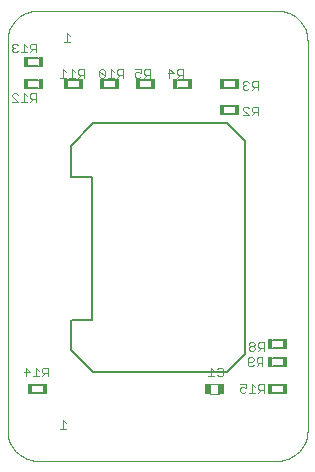
<source format=gbo>
G75*
%MOIN*%
%OFA0B0*%
%FSLAX24Y24*%
%IPPOS*%
%LPD*%
%AMOC8*
5,1,8,0,0,1.08239X$1,22.5*
%
%ADD10C,0.0000*%
%ADD11C,0.0030*%
%ADD12C,0.0060*%
%ADD13R,0.0160X0.0340*%
%ADD14C,0.0050*%
%ADD15C,0.0040*%
%ADD16R,0.0197X0.0374*%
D10*
X000646Y001140D02*
X000646Y014140D01*
X000648Y014200D01*
X000653Y014261D01*
X000662Y014320D01*
X000675Y014379D01*
X000691Y014438D01*
X000711Y014495D01*
X000734Y014550D01*
X000761Y014605D01*
X000790Y014657D01*
X000823Y014708D01*
X000859Y014757D01*
X000897Y014803D01*
X000939Y014847D01*
X000983Y014889D01*
X001029Y014927D01*
X001078Y014963D01*
X001129Y014996D01*
X001181Y015025D01*
X001236Y015052D01*
X001291Y015075D01*
X001348Y015095D01*
X001407Y015111D01*
X001466Y015124D01*
X001525Y015133D01*
X001586Y015138D01*
X001646Y015140D01*
X009646Y015140D01*
X009706Y015138D01*
X009767Y015133D01*
X009826Y015124D01*
X009885Y015111D01*
X009944Y015095D01*
X010001Y015075D01*
X010056Y015052D01*
X010111Y015025D01*
X010163Y014996D01*
X010214Y014963D01*
X010263Y014927D01*
X010309Y014889D01*
X010353Y014847D01*
X010395Y014803D01*
X010433Y014757D01*
X010469Y014708D01*
X010502Y014657D01*
X010531Y014605D01*
X010558Y014550D01*
X010581Y014495D01*
X010601Y014438D01*
X010617Y014379D01*
X010630Y014320D01*
X010639Y014261D01*
X010644Y014200D01*
X010646Y014140D01*
X010646Y001140D01*
X010644Y001080D01*
X010639Y001019D01*
X010630Y000960D01*
X010617Y000901D01*
X010601Y000842D01*
X010581Y000785D01*
X010558Y000730D01*
X010531Y000675D01*
X010502Y000623D01*
X010469Y000572D01*
X010433Y000523D01*
X010395Y000477D01*
X010353Y000433D01*
X010309Y000391D01*
X010263Y000353D01*
X010214Y000317D01*
X010163Y000284D01*
X010111Y000255D01*
X010056Y000228D01*
X010001Y000205D01*
X009944Y000185D01*
X009885Y000169D01*
X009826Y000156D01*
X009767Y000147D01*
X009706Y000142D01*
X009646Y000140D01*
X001646Y000140D01*
X001586Y000142D01*
X001525Y000147D01*
X001466Y000156D01*
X001407Y000169D01*
X001348Y000185D01*
X001291Y000205D01*
X001236Y000228D01*
X001181Y000255D01*
X001129Y000284D01*
X001078Y000317D01*
X001029Y000353D01*
X000983Y000391D01*
X000939Y000433D01*
X000897Y000477D01*
X000859Y000523D01*
X000823Y000572D01*
X000790Y000623D01*
X000761Y000675D01*
X000734Y000730D01*
X000711Y000785D01*
X000691Y000842D01*
X000675Y000901D01*
X000662Y000960D01*
X000653Y001019D01*
X000648Y001080D01*
X000646Y001140D01*
D11*
X001246Y002955D02*
X001246Y003245D01*
X001391Y003100D01*
X001198Y003100D01*
X001493Y002955D02*
X001686Y002955D01*
X001589Y002955D02*
X001589Y003245D01*
X001686Y003148D01*
X001787Y003100D02*
X001836Y003052D01*
X001981Y003052D01*
X001981Y002955D02*
X001981Y003245D01*
X001836Y003245D01*
X001787Y003197D01*
X001787Y003100D01*
X001884Y003052D02*
X001787Y002955D01*
X002484Y001495D02*
X002484Y001205D01*
X002581Y001205D02*
X002387Y001205D01*
X002581Y001398D02*
X002484Y001495D01*
X007343Y002955D02*
X007536Y002955D01*
X007439Y002955D02*
X007439Y003245D01*
X007536Y003148D01*
X007637Y003197D02*
X007686Y003245D01*
X007782Y003245D01*
X007831Y003197D01*
X007831Y003003D01*
X007782Y002955D01*
X007686Y002955D01*
X007637Y003003D01*
X008398Y002695D02*
X008591Y002695D01*
X008591Y002550D01*
X008495Y002598D01*
X008446Y002598D01*
X008398Y002550D01*
X008398Y002453D01*
X008446Y002405D01*
X008543Y002405D01*
X008591Y002453D01*
X008693Y002405D02*
X008886Y002405D01*
X008789Y002405D02*
X008789Y002695D01*
X008886Y002598D01*
X008987Y002550D02*
X009036Y002502D01*
X009181Y002502D01*
X009181Y002405D02*
X009181Y002695D01*
X009036Y002695D01*
X008987Y002647D01*
X008987Y002550D01*
X009084Y002502D02*
X008987Y002405D01*
X008947Y003295D02*
X009044Y003392D01*
X008996Y003392D02*
X009141Y003392D01*
X009141Y003295D02*
X009141Y003585D01*
X008996Y003585D01*
X008947Y003537D01*
X008947Y003440D01*
X008996Y003392D01*
X008846Y003343D02*
X008798Y003295D01*
X008701Y003295D01*
X008653Y003343D01*
X008653Y003537D01*
X008701Y003585D01*
X008798Y003585D01*
X008846Y003537D01*
X008846Y003488D01*
X008798Y003440D01*
X008653Y003440D01*
X008741Y003805D02*
X008693Y003853D01*
X008693Y003902D01*
X008741Y003950D01*
X008838Y003950D01*
X008886Y003998D01*
X008886Y004047D01*
X008838Y004095D01*
X008741Y004095D01*
X008693Y004047D01*
X008693Y003998D01*
X008741Y003950D01*
X008838Y003950D02*
X008886Y003902D01*
X008886Y003853D01*
X008838Y003805D01*
X008741Y003805D01*
X008987Y003805D02*
X009084Y003902D01*
X009036Y003902D02*
X009181Y003902D01*
X009181Y003805D02*
X009181Y004095D01*
X009036Y004095D01*
X008987Y004047D01*
X008987Y003950D01*
X009036Y003902D01*
X008981Y011655D02*
X008981Y011945D01*
X008836Y011945D01*
X008787Y011897D01*
X008787Y011800D01*
X008836Y011752D01*
X008981Y011752D01*
X008884Y011752D02*
X008787Y011655D01*
X008686Y011655D02*
X008493Y011848D01*
X008493Y011897D01*
X008541Y011945D01*
X008638Y011945D01*
X008686Y011897D01*
X008686Y011655D02*
X008493Y011655D01*
X008541Y012505D02*
X008638Y012505D01*
X008686Y012553D01*
X008787Y012505D02*
X008884Y012602D01*
X008836Y012602D02*
X008981Y012602D01*
X008981Y012505D02*
X008981Y012795D01*
X008836Y012795D01*
X008787Y012747D01*
X008787Y012650D01*
X008836Y012602D01*
X008686Y012747D02*
X008638Y012795D01*
X008541Y012795D01*
X008493Y012747D01*
X008493Y012698D01*
X008541Y012650D01*
X008493Y012602D01*
X008493Y012553D01*
X008541Y012505D01*
X008541Y012650D02*
X008589Y012650D01*
X006481Y012905D02*
X006481Y013195D01*
X006336Y013195D01*
X006287Y013147D01*
X006287Y013050D01*
X006336Y013002D01*
X006481Y013002D01*
X006384Y013002D02*
X006287Y012905D01*
X006186Y013050D02*
X005993Y013050D01*
X006041Y012905D02*
X006041Y013195D01*
X006186Y013050D01*
X005381Y013002D02*
X005236Y013002D01*
X005187Y013050D01*
X005187Y013147D01*
X005236Y013195D01*
X005381Y013195D01*
X005381Y012905D01*
X005284Y013002D02*
X005187Y012905D01*
X005086Y012953D02*
X005038Y012905D01*
X004941Y012905D01*
X004893Y012953D01*
X004893Y013050D01*
X004941Y013098D01*
X004989Y013098D01*
X005086Y013050D01*
X005086Y013195D01*
X004893Y013195D01*
X004481Y013195D02*
X004481Y012905D01*
X004481Y013002D02*
X004336Y013002D01*
X004287Y013050D01*
X004287Y013147D01*
X004336Y013195D01*
X004481Y013195D01*
X004384Y013002D02*
X004287Y012905D01*
X004186Y012905D02*
X003993Y012905D01*
X004089Y012905D02*
X004089Y013195D01*
X004186Y013098D01*
X003891Y013147D02*
X003891Y012953D01*
X003698Y013147D01*
X003698Y012953D01*
X003746Y012905D01*
X003843Y012905D01*
X003891Y012953D01*
X003891Y013147D02*
X003843Y013195D01*
X003746Y013195D01*
X003698Y013147D01*
X003181Y013195D02*
X003181Y012905D01*
X003181Y013002D02*
X003036Y013002D01*
X002987Y013050D01*
X002987Y013147D01*
X003036Y013195D01*
X003181Y013195D01*
X003084Y013002D02*
X002987Y012905D01*
X002886Y012905D02*
X002693Y012905D01*
X002789Y012905D02*
X002789Y013195D01*
X002886Y013098D01*
X002591Y013098D02*
X002495Y013195D01*
X002495Y012905D01*
X002591Y012905D02*
X002398Y012905D01*
X001581Y012395D02*
X001581Y012105D01*
X001581Y012202D02*
X001436Y012202D01*
X001387Y012250D01*
X001387Y012347D01*
X001436Y012395D01*
X001581Y012395D01*
X001484Y012202D02*
X001387Y012105D01*
X001286Y012105D02*
X001093Y012105D01*
X001189Y012105D02*
X001189Y012395D01*
X001286Y012298D01*
X000991Y012347D02*
X000943Y012395D01*
X000846Y012395D01*
X000798Y012347D01*
X000798Y012298D01*
X000991Y012105D01*
X000798Y012105D01*
X000846Y013755D02*
X000943Y013755D01*
X000991Y013803D01*
X001093Y013755D02*
X001286Y013755D01*
X001189Y013755D02*
X001189Y014045D01*
X001286Y013948D01*
X001387Y013900D02*
X001436Y013852D01*
X001581Y013852D01*
X001581Y013755D02*
X001581Y014045D01*
X001436Y014045D01*
X001387Y013997D01*
X001387Y013900D01*
X001484Y013852D02*
X001387Y013755D01*
X000991Y013997D02*
X000943Y014045D01*
X000846Y014045D01*
X000798Y013997D01*
X000798Y013948D01*
X000846Y013900D01*
X000798Y013852D01*
X000798Y013803D01*
X000846Y013755D01*
X000846Y013900D02*
X000895Y013900D01*
X002537Y014105D02*
X002731Y014105D01*
X002634Y014105D02*
X002634Y014395D01*
X002731Y014298D01*
D12*
X001666Y013580D02*
X001326Y013580D01*
X001326Y013300D02*
X001666Y013300D01*
X001666Y012830D02*
X001326Y012830D01*
X001326Y012550D02*
X001666Y012550D01*
X002676Y012550D02*
X003016Y012550D01*
X003016Y012830D02*
X002676Y012830D01*
X003876Y012830D02*
X004216Y012830D01*
X004216Y012550D02*
X003876Y012550D01*
X005076Y012550D02*
X005416Y012550D01*
X005416Y012830D02*
X005076Y012830D01*
X006316Y012830D02*
X006656Y012830D01*
X006656Y012550D02*
X006316Y012550D01*
X007876Y012550D02*
X008216Y012550D01*
X008216Y012830D02*
X007876Y012830D01*
X007876Y011980D02*
X008216Y011980D01*
X008216Y011700D02*
X007876Y011700D01*
X009486Y004170D02*
X009826Y004170D01*
X009826Y003890D02*
X009486Y003890D01*
X009486Y003570D02*
X009826Y003570D01*
X009826Y003290D02*
X009486Y003290D01*
X009476Y002680D02*
X009816Y002680D01*
X009816Y002400D02*
X009476Y002400D01*
X001816Y002400D02*
X001476Y002400D01*
X001476Y002680D02*
X001816Y002680D01*
D13*
X001896Y002540D03*
X001396Y002540D03*
X007796Y011840D03*
X008296Y011840D03*
X008296Y012690D03*
X007796Y012690D03*
X006736Y012690D03*
X006236Y012690D03*
X005496Y012690D03*
X004996Y012690D03*
X004296Y012690D03*
X003796Y012690D03*
X003096Y012690D03*
X002596Y012690D03*
X001746Y012690D03*
X001246Y012690D03*
X001246Y013440D03*
X001746Y013440D03*
X009406Y004030D03*
X009406Y003430D03*
X009906Y003430D03*
X009906Y004030D03*
X009896Y002540D03*
X009396Y002540D03*
D14*
X008546Y003690D02*
X008546Y010790D01*
X007946Y011390D01*
X003496Y011390D01*
X002746Y010640D01*
X002746Y010340D01*
X002746Y010290D01*
X002746Y009590D01*
X003446Y009590D01*
X003446Y004840D01*
X002796Y004840D01*
X002746Y004790D01*
X002746Y003840D01*
X003496Y003090D01*
X007946Y003090D01*
X008546Y003690D01*
D15*
X007686Y002705D02*
X007406Y002705D01*
X007406Y002370D02*
X007686Y002370D01*
D16*
X007774Y002538D03*
X007314Y002538D03*
M02*

</source>
